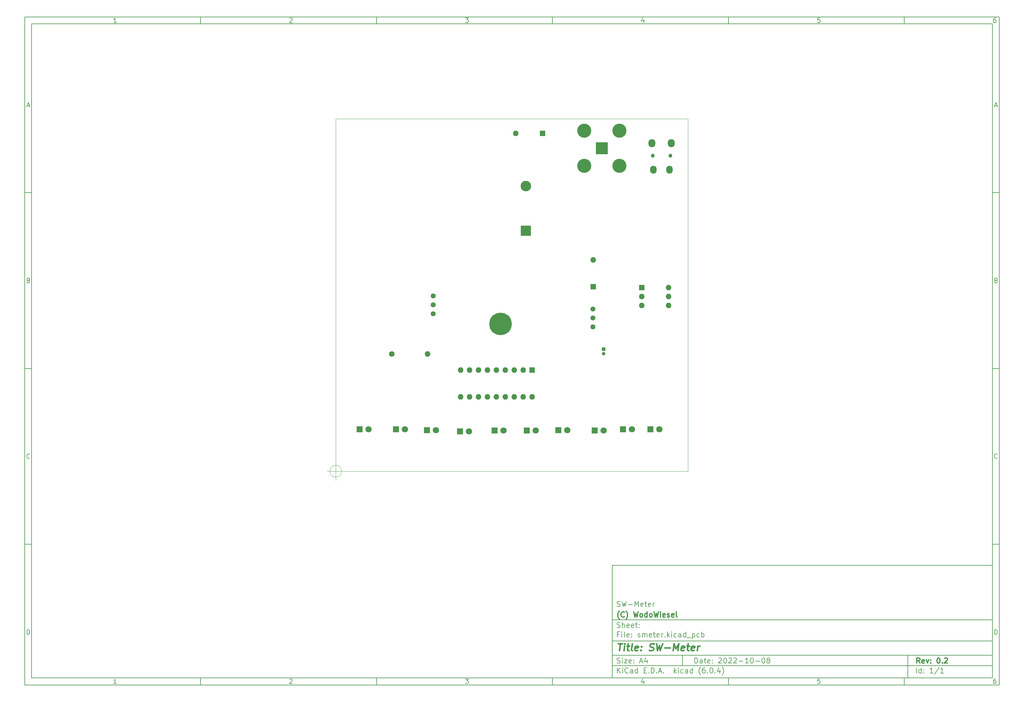
<source format=gbr>
%TF.GenerationSoftware,KiCad,Pcbnew,(6.0.4)*%
%TF.CreationDate,2022-10-08T16:22:47+02:00*%
%TF.ProjectId,smeter,736d6574-6572-42e6-9b69-6361645f7063,0.2*%
%TF.SameCoordinates,PX5de3a50PY84ba458*%
%TF.FileFunction,Soldermask,Bot*%
%TF.FilePolarity,Negative*%
%FSLAX46Y46*%
G04 Gerber Fmt 4.6, Leading zero omitted, Abs format (unit mm)*
G04 Created by KiCad (PCBNEW (6.0.4)) date 2022-10-08 16:22:47*
%MOMM*%
%LPD*%
G01*
G04 APERTURE LIST*
%ADD10C,0.100000*%
%ADD11C,0.150000*%
%ADD12C,0.300000*%
%ADD13C,0.400000*%
%TA.AperFunction,Profile*%
%ADD14C,0.100000*%
%TD*%
%ADD15C,3.000000*%
%ADD16R,3.000000X3.000000*%
%ADD17R,1.800000X1.800000*%
%ADD18C,1.800000*%
%ADD19C,1.440000*%
%ADD20C,1.100000*%
%ADD21O,1.800000X2.300000*%
%ADD22O,2.000000X2.300000*%
%ADD23R,1.600000X1.600000*%
%ADD24O,1.600000X1.600000*%
%ADD25R,1.000000X1.000000*%
%ADD26O,1.000000X1.000000*%
%ADD27C,0.800000*%
%ADD28C,6.400000*%
%ADD29C,1.600000*%
%ADD30R,3.500000X3.500000*%
%ADD31C,4.000000*%
G04 APERTURE END LIST*
D10*
D11*
X78552200Y-26832200D02*
X78552200Y-58832200D01*
X186552200Y-58832200D01*
X186552200Y-26832200D01*
X78552200Y-26832200D01*
D10*
D11*
X-88450000Y129175000D02*
X-88450000Y-60832200D01*
X188552200Y-60832200D01*
X188552200Y129175000D01*
X-88450000Y129175000D01*
D10*
D11*
X-86450000Y127175000D02*
X-86450000Y-58832200D01*
X186552200Y-58832200D01*
X186552200Y127175000D01*
X-86450000Y127175000D01*
D10*
D11*
X-38450000Y127175000D02*
X-38450000Y129175000D01*
D10*
D11*
X11550000Y127175000D02*
X11550000Y129175000D01*
D10*
D11*
X61550000Y127175000D02*
X61550000Y129175000D01*
D10*
D11*
X111550000Y127175000D02*
X111550000Y129175000D01*
D10*
D11*
X161550000Y127175000D02*
X161550000Y129175000D01*
D10*
D11*
X-62384524Y127586905D02*
X-63127381Y127586905D01*
X-62755953Y127586905D02*
X-62755953Y128886905D01*
X-62879762Y128701191D01*
X-63003572Y128577381D01*
X-63127381Y128515477D01*
D10*
D11*
X-13127381Y128763096D02*
X-13065477Y128825000D01*
X-12941667Y128886905D01*
X-12632143Y128886905D01*
X-12508334Y128825000D01*
X-12446429Y128763096D01*
X-12384524Y128639286D01*
X-12384524Y128515477D01*
X-12446429Y128329762D01*
X-13189286Y127586905D01*
X-12384524Y127586905D01*
D10*
D11*
X36810714Y128886905D02*
X37615476Y128886905D01*
X37182142Y128391667D01*
X37367857Y128391667D01*
X37491666Y128329762D01*
X37553571Y128267858D01*
X37615476Y128144048D01*
X37615476Y127834524D01*
X37553571Y127710715D01*
X37491666Y127648810D01*
X37367857Y127586905D01*
X36996428Y127586905D01*
X36872619Y127648810D01*
X36810714Y127710715D01*
D10*
D11*
X87491666Y128453572D02*
X87491666Y127586905D01*
X87182142Y128948810D02*
X86872619Y128020239D01*
X87677380Y128020239D01*
D10*
D11*
X137553571Y128886905D02*
X136934523Y128886905D01*
X136872619Y128267858D01*
X136934523Y128329762D01*
X137058333Y128391667D01*
X137367857Y128391667D01*
X137491666Y128329762D01*
X137553571Y128267858D01*
X137615476Y128144048D01*
X137615476Y127834524D01*
X137553571Y127710715D01*
X137491666Y127648810D01*
X137367857Y127586905D01*
X137058333Y127586905D01*
X136934523Y127648810D01*
X136872619Y127710715D01*
D10*
D11*
X187491666Y128886905D02*
X187244047Y128886905D01*
X187120238Y128825000D01*
X187058333Y128763096D01*
X186934523Y128577381D01*
X186872619Y128329762D01*
X186872619Y127834524D01*
X186934523Y127710715D01*
X186996428Y127648810D01*
X187120238Y127586905D01*
X187367857Y127586905D01*
X187491666Y127648810D01*
X187553571Y127710715D01*
X187615476Y127834524D01*
X187615476Y128144048D01*
X187553571Y128267858D01*
X187491666Y128329762D01*
X187367857Y128391667D01*
X187120238Y128391667D01*
X186996428Y128329762D01*
X186934523Y128267858D01*
X186872619Y128144048D01*
D10*
D11*
X-38450000Y-58832200D02*
X-38450000Y-60832200D01*
D10*
D11*
X11550000Y-58832200D02*
X11550000Y-60832200D01*
D10*
D11*
X61550000Y-58832200D02*
X61550000Y-60832200D01*
D10*
D11*
X111550000Y-58832200D02*
X111550000Y-60832200D01*
D10*
D11*
X161550000Y-58832200D02*
X161550000Y-60832200D01*
D10*
D11*
X-62384524Y-60420295D02*
X-63127381Y-60420295D01*
X-62755953Y-60420295D02*
X-62755953Y-59120295D01*
X-62879762Y-59306009D01*
X-63003572Y-59429819D01*
X-63127381Y-59491723D01*
D10*
D11*
X-13127381Y-59244104D02*
X-13065477Y-59182200D01*
X-12941667Y-59120295D01*
X-12632143Y-59120295D01*
X-12508334Y-59182200D01*
X-12446429Y-59244104D01*
X-12384524Y-59367914D01*
X-12384524Y-59491723D01*
X-12446429Y-59677438D01*
X-13189286Y-60420295D01*
X-12384524Y-60420295D01*
D10*
D11*
X36810714Y-59120295D02*
X37615476Y-59120295D01*
X37182142Y-59615533D01*
X37367857Y-59615533D01*
X37491666Y-59677438D01*
X37553571Y-59739342D01*
X37615476Y-59863152D01*
X37615476Y-60172676D01*
X37553571Y-60296485D01*
X37491666Y-60358390D01*
X37367857Y-60420295D01*
X36996428Y-60420295D01*
X36872619Y-60358390D01*
X36810714Y-60296485D01*
D10*
D11*
X87491666Y-59553628D02*
X87491666Y-60420295D01*
X87182142Y-59058390D02*
X86872619Y-59986961D01*
X87677380Y-59986961D01*
D10*
D11*
X137553571Y-59120295D02*
X136934523Y-59120295D01*
X136872619Y-59739342D01*
X136934523Y-59677438D01*
X137058333Y-59615533D01*
X137367857Y-59615533D01*
X137491666Y-59677438D01*
X137553571Y-59739342D01*
X137615476Y-59863152D01*
X137615476Y-60172676D01*
X137553571Y-60296485D01*
X137491666Y-60358390D01*
X137367857Y-60420295D01*
X137058333Y-60420295D01*
X136934523Y-60358390D01*
X136872619Y-60296485D01*
D10*
D11*
X187491666Y-59120295D02*
X187244047Y-59120295D01*
X187120238Y-59182200D01*
X187058333Y-59244104D01*
X186934523Y-59429819D01*
X186872619Y-59677438D01*
X186872619Y-60172676D01*
X186934523Y-60296485D01*
X186996428Y-60358390D01*
X187120238Y-60420295D01*
X187367857Y-60420295D01*
X187491666Y-60358390D01*
X187553571Y-60296485D01*
X187615476Y-60172676D01*
X187615476Y-59863152D01*
X187553571Y-59739342D01*
X187491666Y-59677438D01*
X187367857Y-59615533D01*
X187120238Y-59615533D01*
X186996428Y-59677438D01*
X186934523Y-59739342D01*
X186872619Y-59863152D01*
D10*
D11*
X-88450000Y79175000D02*
X-86450000Y79175000D01*
D10*
D11*
X-88450000Y29175000D02*
X-86450000Y29175000D01*
D10*
D11*
X-88450000Y-20825000D02*
X-86450000Y-20825000D01*
D10*
D11*
X-87759524Y103958334D02*
X-87140477Y103958334D01*
X-87883334Y103586905D02*
X-87450000Y104886905D01*
X-87016667Y103586905D01*
D10*
D11*
X-87357143Y54267858D02*
X-87171429Y54205953D01*
X-87109524Y54144048D01*
X-87047620Y54020239D01*
X-87047620Y53834524D01*
X-87109524Y53710715D01*
X-87171429Y53648810D01*
X-87295239Y53586905D01*
X-87790477Y53586905D01*
X-87790477Y54886905D01*
X-87357143Y54886905D01*
X-87233334Y54825000D01*
X-87171429Y54763096D01*
X-87109524Y54639286D01*
X-87109524Y54515477D01*
X-87171429Y54391667D01*
X-87233334Y54329762D01*
X-87357143Y54267858D01*
X-87790477Y54267858D01*
D10*
D11*
X-87047620Y3710715D02*
X-87109524Y3648810D01*
X-87295239Y3586905D01*
X-87419048Y3586905D01*
X-87604762Y3648810D01*
X-87728572Y3772620D01*
X-87790477Y3896429D01*
X-87852381Y4144048D01*
X-87852381Y4329762D01*
X-87790477Y4577381D01*
X-87728572Y4701191D01*
X-87604762Y4825000D01*
X-87419048Y4886905D01*
X-87295239Y4886905D01*
X-87109524Y4825000D01*
X-87047620Y4763096D01*
D10*
D11*
X-87790477Y-46413095D02*
X-87790477Y-45113095D01*
X-87480953Y-45113095D01*
X-87295239Y-45175000D01*
X-87171429Y-45298809D01*
X-87109524Y-45422619D01*
X-87047620Y-45670238D01*
X-87047620Y-45855952D01*
X-87109524Y-46103571D01*
X-87171429Y-46227380D01*
X-87295239Y-46351190D01*
X-87480953Y-46413095D01*
X-87790477Y-46413095D01*
D10*
D11*
X188552200Y79175000D02*
X186552200Y79175000D01*
D10*
D11*
X188552200Y29175000D02*
X186552200Y29175000D01*
D10*
D11*
X188552200Y-20825000D02*
X186552200Y-20825000D01*
D10*
D11*
X187242676Y103958334D02*
X187861723Y103958334D01*
X187118866Y103586905D02*
X187552200Y104886905D01*
X187985533Y103586905D01*
D10*
D11*
X187645057Y54267858D02*
X187830771Y54205953D01*
X187892676Y54144048D01*
X187954580Y54020239D01*
X187954580Y53834524D01*
X187892676Y53710715D01*
X187830771Y53648810D01*
X187706961Y53586905D01*
X187211723Y53586905D01*
X187211723Y54886905D01*
X187645057Y54886905D01*
X187768866Y54825000D01*
X187830771Y54763096D01*
X187892676Y54639286D01*
X187892676Y54515477D01*
X187830771Y54391667D01*
X187768866Y54329762D01*
X187645057Y54267858D01*
X187211723Y54267858D01*
D10*
D11*
X187954580Y3710715D02*
X187892676Y3648810D01*
X187706961Y3586905D01*
X187583152Y3586905D01*
X187397438Y3648810D01*
X187273628Y3772620D01*
X187211723Y3896429D01*
X187149819Y4144048D01*
X187149819Y4329762D01*
X187211723Y4577381D01*
X187273628Y4701191D01*
X187397438Y4825000D01*
X187583152Y4886905D01*
X187706961Y4886905D01*
X187892676Y4825000D01*
X187954580Y4763096D01*
D10*
D11*
X187211723Y-46413095D02*
X187211723Y-45113095D01*
X187521247Y-45113095D01*
X187706961Y-45175000D01*
X187830771Y-45298809D01*
X187892676Y-45422619D01*
X187954580Y-45670238D01*
X187954580Y-45855952D01*
X187892676Y-46103571D01*
X187830771Y-46227380D01*
X187706961Y-46351190D01*
X187521247Y-46413095D01*
X187211723Y-46413095D01*
D10*
D11*
X101984342Y-54610771D02*
X101984342Y-53110771D01*
X102341485Y-53110771D01*
X102555771Y-53182200D01*
X102698628Y-53325057D01*
X102770057Y-53467914D01*
X102841485Y-53753628D01*
X102841485Y-53967914D01*
X102770057Y-54253628D01*
X102698628Y-54396485D01*
X102555771Y-54539342D01*
X102341485Y-54610771D01*
X101984342Y-54610771D01*
X104127200Y-54610771D02*
X104127200Y-53825057D01*
X104055771Y-53682200D01*
X103912914Y-53610771D01*
X103627200Y-53610771D01*
X103484342Y-53682200D01*
X104127200Y-54539342D02*
X103984342Y-54610771D01*
X103627200Y-54610771D01*
X103484342Y-54539342D01*
X103412914Y-54396485D01*
X103412914Y-54253628D01*
X103484342Y-54110771D01*
X103627200Y-54039342D01*
X103984342Y-54039342D01*
X104127200Y-53967914D01*
X104627200Y-53610771D02*
X105198628Y-53610771D01*
X104841485Y-53110771D02*
X104841485Y-54396485D01*
X104912914Y-54539342D01*
X105055771Y-54610771D01*
X105198628Y-54610771D01*
X106270057Y-54539342D02*
X106127200Y-54610771D01*
X105841485Y-54610771D01*
X105698628Y-54539342D01*
X105627200Y-54396485D01*
X105627200Y-53825057D01*
X105698628Y-53682200D01*
X105841485Y-53610771D01*
X106127200Y-53610771D01*
X106270057Y-53682200D01*
X106341485Y-53825057D01*
X106341485Y-53967914D01*
X105627200Y-54110771D01*
X106984342Y-54467914D02*
X107055771Y-54539342D01*
X106984342Y-54610771D01*
X106912914Y-54539342D01*
X106984342Y-54467914D01*
X106984342Y-54610771D01*
X106984342Y-53682200D02*
X107055771Y-53753628D01*
X106984342Y-53825057D01*
X106912914Y-53753628D01*
X106984342Y-53682200D01*
X106984342Y-53825057D01*
X108770057Y-53253628D02*
X108841485Y-53182200D01*
X108984342Y-53110771D01*
X109341485Y-53110771D01*
X109484342Y-53182200D01*
X109555771Y-53253628D01*
X109627200Y-53396485D01*
X109627200Y-53539342D01*
X109555771Y-53753628D01*
X108698628Y-54610771D01*
X109627200Y-54610771D01*
X110555771Y-53110771D02*
X110698628Y-53110771D01*
X110841485Y-53182200D01*
X110912914Y-53253628D01*
X110984342Y-53396485D01*
X111055771Y-53682200D01*
X111055771Y-54039342D01*
X110984342Y-54325057D01*
X110912914Y-54467914D01*
X110841485Y-54539342D01*
X110698628Y-54610771D01*
X110555771Y-54610771D01*
X110412914Y-54539342D01*
X110341485Y-54467914D01*
X110270057Y-54325057D01*
X110198628Y-54039342D01*
X110198628Y-53682200D01*
X110270057Y-53396485D01*
X110341485Y-53253628D01*
X110412914Y-53182200D01*
X110555771Y-53110771D01*
X111627200Y-53253628D02*
X111698628Y-53182200D01*
X111841485Y-53110771D01*
X112198628Y-53110771D01*
X112341485Y-53182200D01*
X112412914Y-53253628D01*
X112484342Y-53396485D01*
X112484342Y-53539342D01*
X112412914Y-53753628D01*
X111555771Y-54610771D01*
X112484342Y-54610771D01*
X113055771Y-53253628D02*
X113127200Y-53182200D01*
X113270057Y-53110771D01*
X113627200Y-53110771D01*
X113770057Y-53182200D01*
X113841485Y-53253628D01*
X113912914Y-53396485D01*
X113912914Y-53539342D01*
X113841485Y-53753628D01*
X112984342Y-54610771D01*
X113912914Y-54610771D01*
X114555771Y-54039342D02*
X115698628Y-54039342D01*
X117198628Y-54610771D02*
X116341485Y-54610771D01*
X116770057Y-54610771D02*
X116770057Y-53110771D01*
X116627200Y-53325057D01*
X116484342Y-53467914D01*
X116341485Y-53539342D01*
X118127200Y-53110771D02*
X118270057Y-53110771D01*
X118412914Y-53182200D01*
X118484342Y-53253628D01*
X118555771Y-53396485D01*
X118627200Y-53682200D01*
X118627200Y-54039342D01*
X118555771Y-54325057D01*
X118484342Y-54467914D01*
X118412914Y-54539342D01*
X118270057Y-54610771D01*
X118127200Y-54610771D01*
X117984342Y-54539342D01*
X117912914Y-54467914D01*
X117841485Y-54325057D01*
X117770057Y-54039342D01*
X117770057Y-53682200D01*
X117841485Y-53396485D01*
X117912914Y-53253628D01*
X117984342Y-53182200D01*
X118127200Y-53110771D01*
X119270057Y-54039342D02*
X120412914Y-54039342D01*
X121412914Y-53110771D02*
X121555771Y-53110771D01*
X121698628Y-53182200D01*
X121770057Y-53253628D01*
X121841485Y-53396485D01*
X121912914Y-53682200D01*
X121912914Y-54039342D01*
X121841485Y-54325057D01*
X121770057Y-54467914D01*
X121698628Y-54539342D01*
X121555771Y-54610771D01*
X121412914Y-54610771D01*
X121270057Y-54539342D01*
X121198628Y-54467914D01*
X121127200Y-54325057D01*
X121055771Y-54039342D01*
X121055771Y-53682200D01*
X121127200Y-53396485D01*
X121198628Y-53253628D01*
X121270057Y-53182200D01*
X121412914Y-53110771D01*
X122770057Y-53753628D02*
X122627200Y-53682200D01*
X122555771Y-53610771D01*
X122484342Y-53467914D01*
X122484342Y-53396485D01*
X122555771Y-53253628D01*
X122627200Y-53182200D01*
X122770057Y-53110771D01*
X123055771Y-53110771D01*
X123198628Y-53182200D01*
X123270057Y-53253628D01*
X123341485Y-53396485D01*
X123341485Y-53467914D01*
X123270057Y-53610771D01*
X123198628Y-53682200D01*
X123055771Y-53753628D01*
X122770057Y-53753628D01*
X122627200Y-53825057D01*
X122555771Y-53896485D01*
X122484342Y-54039342D01*
X122484342Y-54325057D01*
X122555771Y-54467914D01*
X122627200Y-54539342D01*
X122770057Y-54610771D01*
X123055771Y-54610771D01*
X123198628Y-54539342D01*
X123270057Y-54467914D01*
X123341485Y-54325057D01*
X123341485Y-54039342D01*
X123270057Y-53896485D01*
X123198628Y-53825057D01*
X123055771Y-53753628D01*
D10*
D11*
X78552200Y-55332200D02*
X186552200Y-55332200D01*
D10*
D11*
X79984342Y-57410771D02*
X79984342Y-55910771D01*
X80841485Y-57410771D02*
X80198628Y-56553628D01*
X80841485Y-55910771D02*
X79984342Y-56767914D01*
X81484342Y-57410771D02*
X81484342Y-56410771D01*
X81484342Y-55910771D02*
X81412914Y-55982200D01*
X81484342Y-56053628D01*
X81555771Y-55982200D01*
X81484342Y-55910771D01*
X81484342Y-56053628D01*
X83055771Y-57267914D02*
X82984342Y-57339342D01*
X82770057Y-57410771D01*
X82627200Y-57410771D01*
X82412914Y-57339342D01*
X82270057Y-57196485D01*
X82198628Y-57053628D01*
X82127200Y-56767914D01*
X82127200Y-56553628D01*
X82198628Y-56267914D01*
X82270057Y-56125057D01*
X82412914Y-55982200D01*
X82627200Y-55910771D01*
X82770057Y-55910771D01*
X82984342Y-55982200D01*
X83055771Y-56053628D01*
X84341485Y-57410771D02*
X84341485Y-56625057D01*
X84270057Y-56482200D01*
X84127200Y-56410771D01*
X83841485Y-56410771D01*
X83698628Y-56482200D01*
X84341485Y-57339342D02*
X84198628Y-57410771D01*
X83841485Y-57410771D01*
X83698628Y-57339342D01*
X83627200Y-57196485D01*
X83627200Y-57053628D01*
X83698628Y-56910771D01*
X83841485Y-56839342D01*
X84198628Y-56839342D01*
X84341485Y-56767914D01*
X85698628Y-57410771D02*
X85698628Y-55910771D01*
X85698628Y-57339342D02*
X85555771Y-57410771D01*
X85270057Y-57410771D01*
X85127200Y-57339342D01*
X85055771Y-57267914D01*
X84984342Y-57125057D01*
X84984342Y-56696485D01*
X85055771Y-56553628D01*
X85127200Y-56482200D01*
X85270057Y-56410771D01*
X85555771Y-56410771D01*
X85698628Y-56482200D01*
X87555771Y-56625057D02*
X88055771Y-56625057D01*
X88270057Y-57410771D02*
X87555771Y-57410771D01*
X87555771Y-55910771D01*
X88270057Y-55910771D01*
X88912914Y-57267914D02*
X88984342Y-57339342D01*
X88912914Y-57410771D01*
X88841485Y-57339342D01*
X88912914Y-57267914D01*
X88912914Y-57410771D01*
X89627200Y-57410771D02*
X89627200Y-55910771D01*
X89984342Y-55910771D01*
X90198628Y-55982200D01*
X90341485Y-56125057D01*
X90412914Y-56267914D01*
X90484342Y-56553628D01*
X90484342Y-56767914D01*
X90412914Y-57053628D01*
X90341485Y-57196485D01*
X90198628Y-57339342D01*
X89984342Y-57410771D01*
X89627200Y-57410771D01*
X91127200Y-57267914D02*
X91198628Y-57339342D01*
X91127200Y-57410771D01*
X91055771Y-57339342D01*
X91127200Y-57267914D01*
X91127200Y-57410771D01*
X91770057Y-56982200D02*
X92484342Y-56982200D01*
X91627200Y-57410771D02*
X92127200Y-55910771D01*
X92627200Y-57410771D01*
X93127200Y-57267914D02*
X93198628Y-57339342D01*
X93127200Y-57410771D01*
X93055771Y-57339342D01*
X93127200Y-57267914D01*
X93127200Y-57410771D01*
X96127200Y-57410771D02*
X96127200Y-55910771D01*
X96270057Y-56839342D02*
X96698628Y-57410771D01*
X96698628Y-56410771D02*
X96127200Y-56982200D01*
X97341485Y-57410771D02*
X97341485Y-56410771D01*
X97341485Y-55910771D02*
X97270057Y-55982200D01*
X97341485Y-56053628D01*
X97412914Y-55982200D01*
X97341485Y-55910771D01*
X97341485Y-56053628D01*
X98698628Y-57339342D02*
X98555771Y-57410771D01*
X98270057Y-57410771D01*
X98127200Y-57339342D01*
X98055771Y-57267914D01*
X97984342Y-57125057D01*
X97984342Y-56696485D01*
X98055771Y-56553628D01*
X98127200Y-56482200D01*
X98270057Y-56410771D01*
X98555771Y-56410771D01*
X98698628Y-56482200D01*
X99984342Y-57410771D02*
X99984342Y-56625057D01*
X99912914Y-56482200D01*
X99770057Y-56410771D01*
X99484342Y-56410771D01*
X99341485Y-56482200D01*
X99984342Y-57339342D02*
X99841485Y-57410771D01*
X99484342Y-57410771D01*
X99341485Y-57339342D01*
X99270057Y-57196485D01*
X99270057Y-57053628D01*
X99341485Y-56910771D01*
X99484342Y-56839342D01*
X99841485Y-56839342D01*
X99984342Y-56767914D01*
X101341485Y-57410771D02*
X101341485Y-55910771D01*
X101341485Y-57339342D02*
X101198628Y-57410771D01*
X100912914Y-57410771D01*
X100770057Y-57339342D01*
X100698628Y-57267914D01*
X100627200Y-57125057D01*
X100627200Y-56696485D01*
X100698628Y-56553628D01*
X100770057Y-56482200D01*
X100912914Y-56410771D01*
X101198628Y-56410771D01*
X101341485Y-56482200D01*
X103627200Y-57982200D02*
X103555771Y-57910771D01*
X103412914Y-57696485D01*
X103341485Y-57553628D01*
X103270057Y-57339342D01*
X103198628Y-56982200D01*
X103198628Y-56696485D01*
X103270057Y-56339342D01*
X103341485Y-56125057D01*
X103412914Y-55982200D01*
X103555771Y-55767914D01*
X103627200Y-55696485D01*
X104841485Y-55910771D02*
X104555771Y-55910771D01*
X104412914Y-55982200D01*
X104341485Y-56053628D01*
X104198628Y-56267914D01*
X104127200Y-56553628D01*
X104127200Y-57125057D01*
X104198628Y-57267914D01*
X104270057Y-57339342D01*
X104412914Y-57410771D01*
X104698628Y-57410771D01*
X104841485Y-57339342D01*
X104912914Y-57267914D01*
X104984342Y-57125057D01*
X104984342Y-56767914D01*
X104912914Y-56625057D01*
X104841485Y-56553628D01*
X104698628Y-56482200D01*
X104412914Y-56482200D01*
X104270057Y-56553628D01*
X104198628Y-56625057D01*
X104127200Y-56767914D01*
X105627200Y-57267914D02*
X105698628Y-57339342D01*
X105627200Y-57410771D01*
X105555771Y-57339342D01*
X105627200Y-57267914D01*
X105627200Y-57410771D01*
X106627200Y-55910771D02*
X106770057Y-55910771D01*
X106912914Y-55982200D01*
X106984342Y-56053628D01*
X107055771Y-56196485D01*
X107127200Y-56482200D01*
X107127200Y-56839342D01*
X107055771Y-57125057D01*
X106984342Y-57267914D01*
X106912914Y-57339342D01*
X106770057Y-57410771D01*
X106627200Y-57410771D01*
X106484342Y-57339342D01*
X106412914Y-57267914D01*
X106341485Y-57125057D01*
X106270057Y-56839342D01*
X106270057Y-56482200D01*
X106341485Y-56196485D01*
X106412914Y-56053628D01*
X106484342Y-55982200D01*
X106627200Y-55910771D01*
X107770057Y-57267914D02*
X107841485Y-57339342D01*
X107770057Y-57410771D01*
X107698628Y-57339342D01*
X107770057Y-57267914D01*
X107770057Y-57410771D01*
X109127200Y-56410771D02*
X109127200Y-57410771D01*
X108770057Y-55839342D02*
X108412914Y-56910771D01*
X109341485Y-56910771D01*
X109770057Y-57982200D02*
X109841485Y-57910771D01*
X109984342Y-57696485D01*
X110055771Y-57553628D01*
X110127200Y-57339342D01*
X110198628Y-56982200D01*
X110198628Y-56696485D01*
X110127200Y-56339342D01*
X110055771Y-56125057D01*
X109984342Y-55982200D01*
X109841485Y-55767914D01*
X109770057Y-55696485D01*
D10*
D11*
X78552200Y-52332200D02*
X186552200Y-52332200D01*
D10*
D12*
X165961485Y-54610771D02*
X165461485Y-53896485D01*
X165104342Y-54610771D02*
X165104342Y-53110771D01*
X165675771Y-53110771D01*
X165818628Y-53182200D01*
X165890057Y-53253628D01*
X165961485Y-53396485D01*
X165961485Y-53610771D01*
X165890057Y-53753628D01*
X165818628Y-53825057D01*
X165675771Y-53896485D01*
X165104342Y-53896485D01*
X167175771Y-54539342D02*
X167032914Y-54610771D01*
X166747200Y-54610771D01*
X166604342Y-54539342D01*
X166532914Y-54396485D01*
X166532914Y-53825057D01*
X166604342Y-53682200D01*
X166747200Y-53610771D01*
X167032914Y-53610771D01*
X167175771Y-53682200D01*
X167247200Y-53825057D01*
X167247200Y-53967914D01*
X166532914Y-54110771D01*
X167747200Y-53610771D02*
X168104342Y-54610771D01*
X168461485Y-53610771D01*
X169032914Y-54467914D02*
X169104342Y-54539342D01*
X169032914Y-54610771D01*
X168961485Y-54539342D01*
X169032914Y-54467914D01*
X169032914Y-54610771D01*
X169032914Y-53682200D02*
X169104342Y-53753628D01*
X169032914Y-53825057D01*
X168961485Y-53753628D01*
X169032914Y-53682200D01*
X169032914Y-53825057D01*
X171175771Y-53110771D02*
X171318628Y-53110771D01*
X171461485Y-53182200D01*
X171532914Y-53253628D01*
X171604342Y-53396485D01*
X171675771Y-53682200D01*
X171675771Y-54039342D01*
X171604342Y-54325057D01*
X171532914Y-54467914D01*
X171461485Y-54539342D01*
X171318628Y-54610771D01*
X171175771Y-54610771D01*
X171032914Y-54539342D01*
X170961485Y-54467914D01*
X170890057Y-54325057D01*
X170818628Y-54039342D01*
X170818628Y-53682200D01*
X170890057Y-53396485D01*
X170961485Y-53253628D01*
X171032914Y-53182200D01*
X171175771Y-53110771D01*
X172318628Y-54467914D02*
X172390057Y-54539342D01*
X172318628Y-54610771D01*
X172247200Y-54539342D01*
X172318628Y-54467914D01*
X172318628Y-54610771D01*
X172961485Y-53253628D02*
X173032914Y-53182200D01*
X173175771Y-53110771D01*
X173532914Y-53110771D01*
X173675771Y-53182200D01*
X173747200Y-53253628D01*
X173818628Y-53396485D01*
X173818628Y-53539342D01*
X173747200Y-53753628D01*
X172890057Y-54610771D01*
X173818628Y-54610771D01*
D10*
D11*
X79912914Y-54539342D02*
X80127200Y-54610771D01*
X80484342Y-54610771D01*
X80627200Y-54539342D01*
X80698628Y-54467914D01*
X80770057Y-54325057D01*
X80770057Y-54182200D01*
X80698628Y-54039342D01*
X80627200Y-53967914D01*
X80484342Y-53896485D01*
X80198628Y-53825057D01*
X80055771Y-53753628D01*
X79984342Y-53682200D01*
X79912914Y-53539342D01*
X79912914Y-53396485D01*
X79984342Y-53253628D01*
X80055771Y-53182200D01*
X80198628Y-53110771D01*
X80555771Y-53110771D01*
X80770057Y-53182200D01*
X81412914Y-54610771D02*
X81412914Y-53610771D01*
X81412914Y-53110771D02*
X81341485Y-53182200D01*
X81412914Y-53253628D01*
X81484342Y-53182200D01*
X81412914Y-53110771D01*
X81412914Y-53253628D01*
X81984342Y-53610771D02*
X82770057Y-53610771D01*
X81984342Y-54610771D01*
X82770057Y-54610771D01*
X83912914Y-54539342D02*
X83770057Y-54610771D01*
X83484342Y-54610771D01*
X83341485Y-54539342D01*
X83270057Y-54396485D01*
X83270057Y-53825057D01*
X83341485Y-53682200D01*
X83484342Y-53610771D01*
X83770057Y-53610771D01*
X83912914Y-53682200D01*
X83984342Y-53825057D01*
X83984342Y-53967914D01*
X83270057Y-54110771D01*
X84627200Y-54467914D02*
X84698628Y-54539342D01*
X84627200Y-54610771D01*
X84555771Y-54539342D01*
X84627200Y-54467914D01*
X84627200Y-54610771D01*
X84627200Y-53682200D02*
X84698628Y-53753628D01*
X84627200Y-53825057D01*
X84555771Y-53753628D01*
X84627200Y-53682200D01*
X84627200Y-53825057D01*
X86412914Y-54182200D02*
X87127200Y-54182200D01*
X86270057Y-54610771D02*
X86770057Y-53110771D01*
X87270057Y-54610771D01*
X88412914Y-53610771D02*
X88412914Y-54610771D01*
X88055771Y-53039342D02*
X87698628Y-54110771D01*
X88627200Y-54110771D01*
D10*
D11*
X164984342Y-57410771D02*
X164984342Y-55910771D01*
X166341485Y-57410771D02*
X166341485Y-55910771D01*
X166341485Y-57339342D02*
X166198628Y-57410771D01*
X165912914Y-57410771D01*
X165770057Y-57339342D01*
X165698628Y-57267914D01*
X165627200Y-57125057D01*
X165627200Y-56696485D01*
X165698628Y-56553628D01*
X165770057Y-56482200D01*
X165912914Y-56410771D01*
X166198628Y-56410771D01*
X166341485Y-56482200D01*
X167055771Y-57267914D02*
X167127200Y-57339342D01*
X167055771Y-57410771D01*
X166984342Y-57339342D01*
X167055771Y-57267914D01*
X167055771Y-57410771D01*
X167055771Y-56482200D02*
X167127200Y-56553628D01*
X167055771Y-56625057D01*
X166984342Y-56553628D01*
X167055771Y-56482200D01*
X167055771Y-56625057D01*
X169698628Y-57410771D02*
X168841485Y-57410771D01*
X169270057Y-57410771D02*
X169270057Y-55910771D01*
X169127200Y-56125057D01*
X168984342Y-56267914D01*
X168841485Y-56339342D01*
X171412914Y-55839342D02*
X170127200Y-57767914D01*
X172698628Y-57410771D02*
X171841485Y-57410771D01*
X172270057Y-57410771D02*
X172270057Y-55910771D01*
X172127200Y-56125057D01*
X171984342Y-56267914D01*
X171841485Y-56339342D01*
D10*
D11*
X78552200Y-48332200D02*
X186552200Y-48332200D01*
D10*
D13*
X80264580Y-49036961D02*
X81407438Y-49036961D01*
X80586009Y-51036961D02*
X80836009Y-49036961D01*
X81824104Y-51036961D02*
X81990771Y-49703628D01*
X82074104Y-49036961D02*
X81966961Y-49132200D01*
X82050295Y-49227438D01*
X82157438Y-49132200D01*
X82074104Y-49036961D01*
X82050295Y-49227438D01*
X82657438Y-49703628D02*
X83419342Y-49703628D01*
X83026485Y-49036961D02*
X82812200Y-50751247D01*
X82883628Y-50941723D01*
X83062200Y-51036961D01*
X83252676Y-51036961D01*
X84205057Y-51036961D02*
X84026485Y-50941723D01*
X83955057Y-50751247D01*
X84169342Y-49036961D01*
X85740771Y-50941723D02*
X85538390Y-51036961D01*
X85157438Y-51036961D01*
X84978866Y-50941723D01*
X84907438Y-50751247D01*
X85002676Y-49989342D01*
X85121723Y-49798866D01*
X85324104Y-49703628D01*
X85705057Y-49703628D01*
X85883628Y-49798866D01*
X85955057Y-49989342D01*
X85931247Y-50179819D01*
X84955057Y-50370295D01*
X86705057Y-50846485D02*
X86788390Y-50941723D01*
X86681247Y-51036961D01*
X86597914Y-50941723D01*
X86705057Y-50846485D01*
X86681247Y-51036961D01*
X86836009Y-49798866D02*
X86919342Y-49894104D01*
X86812200Y-49989342D01*
X86728866Y-49894104D01*
X86836009Y-49798866D01*
X86812200Y-49989342D01*
X89074104Y-50941723D02*
X89347914Y-51036961D01*
X89824104Y-51036961D01*
X90026485Y-50941723D01*
X90133628Y-50846485D01*
X90252676Y-50656009D01*
X90276485Y-50465533D01*
X90205057Y-50275057D01*
X90121723Y-50179819D01*
X89943152Y-50084580D01*
X89574104Y-49989342D01*
X89395533Y-49894104D01*
X89312200Y-49798866D01*
X89240771Y-49608390D01*
X89264580Y-49417914D01*
X89383628Y-49227438D01*
X89490771Y-49132200D01*
X89693152Y-49036961D01*
X90169342Y-49036961D01*
X90443152Y-49132200D01*
X91121723Y-49036961D02*
X91347914Y-51036961D01*
X91907438Y-49608390D01*
X92109819Y-51036961D01*
X92836009Y-49036961D01*
X93443152Y-50275057D02*
X94966961Y-50275057D01*
X95824104Y-51036961D02*
X96074104Y-49036961D01*
X96562200Y-50465533D01*
X97407438Y-49036961D01*
X97157438Y-51036961D01*
X98883628Y-50941723D02*
X98681247Y-51036961D01*
X98300295Y-51036961D01*
X98121723Y-50941723D01*
X98050295Y-50751247D01*
X98145533Y-49989342D01*
X98264580Y-49798866D01*
X98466961Y-49703628D01*
X98847914Y-49703628D01*
X99026485Y-49798866D01*
X99097914Y-49989342D01*
X99074104Y-50179819D01*
X98097914Y-50370295D01*
X99705057Y-49703628D02*
X100466961Y-49703628D01*
X100074104Y-49036961D02*
X99859819Y-50751247D01*
X99931247Y-50941723D01*
X100109819Y-51036961D01*
X100300295Y-51036961D01*
X101740771Y-50941723D02*
X101538390Y-51036961D01*
X101157438Y-51036961D01*
X100978866Y-50941723D01*
X100907438Y-50751247D01*
X101002676Y-49989342D01*
X101121723Y-49798866D01*
X101324104Y-49703628D01*
X101705057Y-49703628D01*
X101883628Y-49798866D01*
X101955057Y-49989342D01*
X101931247Y-50179819D01*
X100955057Y-50370295D01*
X102681247Y-51036961D02*
X102847914Y-49703628D01*
X102800295Y-50084580D02*
X102919342Y-49894104D01*
X103026485Y-49798866D01*
X103228866Y-49703628D01*
X103419342Y-49703628D01*
D10*
D11*
X80484342Y-46425057D02*
X79984342Y-46425057D01*
X79984342Y-47210771D02*
X79984342Y-45710771D01*
X80698628Y-45710771D01*
X81270057Y-47210771D02*
X81270057Y-46210771D01*
X81270057Y-45710771D02*
X81198628Y-45782200D01*
X81270057Y-45853628D01*
X81341485Y-45782200D01*
X81270057Y-45710771D01*
X81270057Y-45853628D01*
X82198628Y-47210771D02*
X82055771Y-47139342D01*
X81984342Y-46996485D01*
X81984342Y-45710771D01*
X83341485Y-47139342D02*
X83198628Y-47210771D01*
X82912914Y-47210771D01*
X82770057Y-47139342D01*
X82698628Y-46996485D01*
X82698628Y-46425057D01*
X82770057Y-46282200D01*
X82912914Y-46210771D01*
X83198628Y-46210771D01*
X83341485Y-46282200D01*
X83412914Y-46425057D01*
X83412914Y-46567914D01*
X82698628Y-46710771D01*
X84055771Y-47067914D02*
X84127200Y-47139342D01*
X84055771Y-47210771D01*
X83984342Y-47139342D01*
X84055771Y-47067914D01*
X84055771Y-47210771D01*
X84055771Y-46282200D02*
X84127200Y-46353628D01*
X84055771Y-46425057D01*
X83984342Y-46353628D01*
X84055771Y-46282200D01*
X84055771Y-46425057D01*
X85841485Y-47139342D02*
X85984342Y-47210771D01*
X86270057Y-47210771D01*
X86412914Y-47139342D01*
X86484342Y-46996485D01*
X86484342Y-46925057D01*
X86412914Y-46782200D01*
X86270057Y-46710771D01*
X86055771Y-46710771D01*
X85912914Y-46639342D01*
X85841485Y-46496485D01*
X85841485Y-46425057D01*
X85912914Y-46282200D01*
X86055771Y-46210771D01*
X86270057Y-46210771D01*
X86412914Y-46282200D01*
X87127200Y-47210771D02*
X87127200Y-46210771D01*
X87127200Y-46353628D02*
X87198628Y-46282200D01*
X87341485Y-46210771D01*
X87555771Y-46210771D01*
X87698628Y-46282200D01*
X87770057Y-46425057D01*
X87770057Y-47210771D01*
X87770057Y-46425057D02*
X87841485Y-46282200D01*
X87984342Y-46210771D01*
X88198628Y-46210771D01*
X88341485Y-46282200D01*
X88412914Y-46425057D01*
X88412914Y-47210771D01*
X89698628Y-47139342D02*
X89555771Y-47210771D01*
X89270057Y-47210771D01*
X89127200Y-47139342D01*
X89055771Y-46996485D01*
X89055771Y-46425057D01*
X89127200Y-46282200D01*
X89270057Y-46210771D01*
X89555771Y-46210771D01*
X89698628Y-46282200D01*
X89770057Y-46425057D01*
X89770057Y-46567914D01*
X89055771Y-46710771D01*
X90198628Y-46210771D02*
X90770057Y-46210771D01*
X90412914Y-45710771D02*
X90412914Y-46996485D01*
X90484342Y-47139342D01*
X90627200Y-47210771D01*
X90770057Y-47210771D01*
X91841485Y-47139342D02*
X91698628Y-47210771D01*
X91412914Y-47210771D01*
X91270057Y-47139342D01*
X91198628Y-46996485D01*
X91198628Y-46425057D01*
X91270057Y-46282200D01*
X91412914Y-46210771D01*
X91698628Y-46210771D01*
X91841485Y-46282200D01*
X91912914Y-46425057D01*
X91912914Y-46567914D01*
X91198628Y-46710771D01*
X92555771Y-47210771D02*
X92555771Y-46210771D01*
X92555771Y-46496485D02*
X92627200Y-46353628D01*
X92698628Y-46282200D01*
X92841485Y-46210771D01*
X92984342Y-46210771D01*
X93484342Y-47067914D02*
X93555771Y-47139342D01*
X93484342Y-47210771D01*
X93412914Y-47139342D01*
X93484342Y-47067914D01*
X93484342Y-47210771D01*
X94198628Y-47210771D02*
X94198628Y-45710771D01*
X94341485Y-46639342D02*
X94770057Y-47210771D01*
X94770057Y-46210771D02*
X94198628Y-46782200D01*
X95412914Y-47210771D02*
X95412914Y-46210771D01*
X95412914Y-45710771D02*
X95341485Y-45782200D01*
X95412914Y-45853628D01*
X95484342Y-45782200D01*
X95412914Y-45710771D01*
X95412914Y-45853628D01*
X96770057Y-47139342D02*
X96627200Y-47210771D01*
X96341485Y-47210771D01*
X96198628Y-47139342D01*
X96127200Y-47067914D01*
X96055771Y-46925057D01*
X96055771Y-46496485D01*
X96127200Y-46353628D01*
X96198628Y-46282200D01*
X96341485Y-46210771D01*
X96627200Y-46210771D01*
X96770057Y-46282200D01*
X98055771Y-47210771D02*
X98055771Y-46425057D01*
X97984342Y-46282200D01*
X97841485Y-46210771D01*
X97555771Y-46210771D01*
X97412914Y-46282200D01*
X98055771Y-47139342D02*
X97912914Y-47210771D01*
X97555771Y-47210771D01*
X97412914Y-47139342D01*
X97341485Y-46996485D01*
X97341485Y-46853628D01*
X97412914Y-46710771D01*
X97555771Y-46639342D01*
X97912914Y-46639342D01*
X98055771Y-46567914D01*
X99412914Y-47210771D02*
X99412914Y-45710771D01*
X99412914Y-47139342D02*
X99270057Y-47210771D01*
X98984342Y-47210771D01*
X98841485Y-47139342D01*
X98770057Y-47067914D01*
X98698628Y-46925057D01*
X98698628Y-46496485D01*
X98770057Y-46353628D01*
X98841485Y-46282200D01*
X98984342Y-46210771D01*
X99270057Y-46210771D01*
X99412914Y-46282200D01*
X99770057Y-47353628D02*
X100912914Y-47353628D01*
X101270057Y-46210771D02*
X101270057Y-47710771D01*
X101270057Y-46282200D02*
X101412914Y-46210771D01*
X101698628Y-46210771D01*
X101841485Y-46282200D01*
X101912914Y-46353628D01*
X101984342Y-46496485D01*
X101984342Y-46925057D01*
X101912914Y-47067914D01*
X101841485Y-47139342D01*
X101698628Y-47210771D01*
X101412914Y-47210771D01*
X101270057Y-47139342D01*
X103270057Y-47139342D02*
X103127200Y-47210771D01*
X102841485Y-47210771D01*
X102698628Y-47139342D01*
X102627200Y-47067914D01*
X102555771Y-46925057D01*
X102555771Y-46496485D01*
X102627200Y-46353628D01*
X102698628Y-46282200D01*
X102841485Y-46210771D01*
X103127200Y-46210771D01*
X103270057Y-46282200D01*
X103912914Y-47210771D02*
X103912914Y-45710771D01*
X103912914Y-46282200D02*
X104055771Y-46210771D01*
X104341485Y-46210771D01*
X104484342Y-46282200D01*
X104555771Y-46353628D01*
X104627200Y-46496485D01*
X104627200Y-46925057D01*
X104555771Y-47067914D01*
X104484342Y-47139342D01*
X104341485Y-47210771D01*
X104055771Y-47210771D01*
X103912914Y-47139342D01*
D10*
D11*
X78552200Y-42332200D02*
X186552200Y-42332200D01*
D10*
D11*
X79912914Y-44439342D02*
X80127200Y-44510771D01*
X80484342Y-44510771D01*
X80627200Y-44439342D01*
X80698628Y-44367914D01*
X80770057Y-44225057D01*
X80770057Y-44082200D01*
X80698628Y-43939342D01*
X80627200Y-43867914D01*
X80484342Y-43796485D01*
X80198628Y-43725057D01*
X80055771Y-43653628D01*
X79984342Y-43582200D01*
X79912914Y-43439342D01*
X79912914Y-43296485D01*
X79984342Y-43153628D01*
X80055771Y-43082200D01*
X80198628Y-43010771D01*
X80555771Y-43010771D01*
X80770057Y-43082200D01*
X81412914Y-44510771D02*
X81412914Y-43010771D01*
X82055771Y-44510771D02*
X82055771Y-43725057D01*
X81984342Y-43582200D01*
X81841485Y-43510771D01*
X81627200Y-43510771D01*
X81484342Y-43582200D01*
X81412914Y-43653628D01*
X83341485Y-44439342D02*
X83198628Y-44510771D01*
X82912914Y-44510771D01*
X82770057Y-44439342D01*
X82698628Y-44296485D01*
X82698628Y-43725057D01*
X82770057Y-43582200D01*
X82912914Y-43510771D01*
X83198628Y-43510771D01*
X83341485Y-43582200D01*
X83412914Y-43725057D01*
X83412914Y-43867914D01*
X82698628Y-44010771D01*
X84627200Y-44439342D02*
X84484342Y-44510771D01*
X84198628Y-44510771D01*
X84055771Y-44439342D01*
X83984342Y-44296485D01*
X83984342Y-43725057D01*
X84055771Y-43582200D01*
X84198628Y-43510771D01*
X84484342Y-43510771D01*
X84627200Y-43582200D01*
X84698628Y-43725057D01*
X84698628Y-43867914D01*
X83984342Y-44010771D01*
X85127200Y-43510771D02*
X85698628Y-43510771D01*
X85341485Y-43010771D02*
X85341485Y-44296485D01*
X85412914Y-44439342D01*
X85555771Y-44510771D01*
X85698628Y-44510771D01*
X86198628Y-44367914D02*
X86270057Y-44439342D01*
X86198628Y-44510771D01*
X86127200Y-44439342D01*
X86198628Y-44367914D01*
X86198628Y-44510771D01*
X86198628Y-43582200D02*
X86270057Y-43653628D01*
X86198628Y-43725057D01*
X86127200Y-43653628D01*
X86198628Y-43582200D01*
X86198628Y-43725057D01*
D10*
D12*
X80532914Y-42082200D02*
X80461485Y-42010771D01*
X80318628Y-41796485D01*
X80247200Y-41653628D01*
X80175771Y-41439342D01*
X80104342Y-41082200D01*
X80104342Y-40796485D01*
X80175771Y-40439342D01*
X80247200Y-40225057D01*
X80318628Y-40082200D01*
X80461485Y-39867914D01*
X80532914Y-39796485D01*
X81961485Y-41367914D02*
X81890057Y-41439342D01*
X81675771Y-41510771D01*
X81532914Y-41510771D01*
X81318628Y-41439342D01*
X81175771Y-41296485D01*
X81104342Y-41153628D01*
X81032914Y-40867914D01*
X81032914Y-40653628D01*
X81104342Y-40367914D01*
X81175771Y-40225057D01*
X81318628Y-40082200D01*
X81532914Y-40010771D01*
X81675771Y-40010771D01*
X81890057Y-40082200D01*
X81961485Y-40153628D01*
X82461485Y-42082200D02*
X82532914Y-42010771D01*
X82675771Y-41796485D01*
X82747200Y-41653628D01*
X82818628Y-41439342D01*
X82890057Y-41082200D01*
X82890057Y-40796485D01*
X82818628Y-40439342D01*
X82747200Y-40225057D01*
X82675771Y-40082200D01*
X82532914Y-39867914D01*
X82461485Y-39796485D01*
X84604342Y-40010771D02*
X84961485Y-41510771D01*
X85247200Y-40439342D01*
X85532914Y-41510771D01*
X85890057Y-40010771D01*
X86675771Y-41510771D02*
X86532914Y-41439342D01*
X86461485Y-41367914D01*
X86390057Y-41225057D01*
X86390057Y-40796485D01*
X86461485Y-40653628D01*
X86532914Y-40582200D01*
X86675771Y-40510771D01*
X86890057Y-40510771D01*
X87032914Y-40582200D01*
X87104342Y-40653628D01*
X87175771Y-40796485D01*
X87175771Y-41225057D01*
X87104342Y-41367914D01*
X87032914Y-41439342D01*
X86890057Y-41510771D01*
X86675771Y-41510771D01*
X88461485Y-41510771D02*
X88461485Y-40010771D01*
X88461485Y-41439342D02*
X88318628Y-41510771D01*
X88032914Y-41510771D01*
X87890057Y-41439342D01*
X87818628Y-41367914D01*
X87747200Y-41225057D01*
X87747200Y-40796485D01*
X87818628Y-40653628D01*
X87890057Y-40582200D01*
X88032914Y-40510771D01*
X88318628Y-40510771D01*
X88461485Y-40582200D01*
X89390057Y-41510771D02*
X89247200Y-41439342D01*
X89175771Y-41367914D01*
X89104342Y-41225057D01*
X89104342Y-40796485D01*
X89175771Y-40653628D01*
X89247200Y-40582200D01*
X89390057Y-40510771D01*
X89604342Y-40510771D01*
X89747200Y-40582200D01*
X89818628Y-40653628D01*
X89890057Y-40796485D01*
X89890057Y-41225057D01*
X89818628Y-41367914D01*
X89747200Y-41439342D01*
X89604342Y-41510771D01*
X89390057Y-41510771D01*
X90390057Y-40010771D02*
X90747200Y-41510771D01*
X91032914Y-40439342D01*
X91318628Y-41510771D01*
X91675771Y-40010771D01*
X92247200Y-41510771D02*
X92247200Y-40510771D01*
X92247200Y-40010771D02*
X92175771Y-40082200D01*
X92247200Y-40153628D01*
X92318628Y-40082200D01*
X92247200Y-40010771D01*
X92247200Y-40153628D01*
X93532914Y-41439342D02*
X93390057Y-41510771D01*
X93104342Y-41510771D01*
X92961485Y-41439342D01*
X92890057Y-41296485D01*
X92890057Y-40725057D01*
X92961485Y-40582200D01*
X93104342Y-40510771D01*
X93390057Y-40510771D01*
X93532914Y-40582200D01*
X93604342Y-40725057D01*
X93604342Y-40867914D01*
X92890057Y-41010771D01*
X94175771Y-41439342D02*
X94318628Y-41510771D01*
X94604342Y-41510771D01*
X94747200Y-41439342D01*
X94818628Y-41296485D01*
X94818628Y-41225057D01*
X94747200Y-41082200D01*
X94604342Y-41010771D01*
X94390057Y-41010771D01*
X94247200Y-40939342D01*
X94175771Y-40796485D01*
X94175771Y-40725057D01*
X94247200Y-40582200D01*
X94390057Y-40510771D01*
X94604342Y-40510771D01*
X94747200Y-40582200D01*
X96032914Y-41439342D02*
X95890057Y-41510771D01*
X95604342Y-41510771D01*
X95461485Y-41439342D01*
X95390057Y-41296485D01*
X95390057Y-40725057D01*
X95461485Y-40582200D01*
X95604342Y-40510771D01*
X95890057Y-40510771D01*
X96032914Y-40582200D01*
X96104342Y-40725057D01*
X96104342Y-40867914D01*
X95390057Y-41010771D01*
X96961485Y-41510771D02*
X96818628Y-41439342D01*
X96747200Y-41296485D01*
X96747200Y-40010771D01*
D10*
D11*
X79912914Y-38439342D02*
X80127200Y-38510771D01*
X80484342Y-38510771D01*
X80627200Y-38439342D01*
X80698628Y-38367914D01*
X80770057Y-38225057D01*
X80770057Y-38082200D01*
X80698628Y-37939342D01*
X80627200Y-37867914D01*
X80484342Y-37796485D01*
X80198628Y-37725057D01*
X80055771Y-37653628D01*
X79984342Y-37582200D01*
X79912914Y-37439342D01*
X79912914Y-37296485D01*
X79984342Y-37153628D01*
X80055771Y-37082200D01*
X80198628Y-37010771D01*
X80555771Y-37010771D01*
X80770057Y-37082200D01*
X81270057Y-37010771D02*
X81627200Y-38510771D01*
X81912914Y-37439342D01*
X82198628Y-38510771D01*
X82555771Y-37010771D01*
X83127200Y-37939342D02*
X84270057Y-37939342D01*
X84984342Y-38510771D02*
X84984342Y-37010771D01*
X85484342Y-38082200D01*
X85984342Y-37010771D01*
X85984342Y-38510771D01*
X87270057Y-38439342D02*
X87127200Y-38510771D01*
X86841485Y-38510771D01*
X86698628Y-38439342D01*
X86627200Y-38296485D01*
X86627200Y-37725057D01*
X86698628Y-37582200D01*
X86841485Y-37510771D01*
X87127200Y-37510771D01*
X87270057Y-37582200D01*
X87341485Y-37725057D01*
X87341485Y-37867914D01*
X86627200Y-38010771D01*
X87770057Y-37510771D02*
X88341485Y-37510771D01*
X87984342Y-37010771D02*
X87984342Y-38296485D01*
X88055771Y-38439342D01*
X88198628Y-38510771D01*
X88341485Y-38510771D01*
X89412914Y-38439342D02*
X89270057Y-38510771D01*
X88984342Y-38510771D01*
X88841485Y-38439342D01*
X88770057Y-38296485D01*
X88770057Y-37725057D01*
X88841485Y-37582200D01*
X88984342Y-37510771D01*
X89270057Y-37510771D01*
X89412914Y-37582200D01*
X89484342Y-37725057D01*
X89484342Y-37867914D01*
X88770057Y-38010771D01*
X90127200Y-38510771D02*
X90127200Y-37510771D01*
X90127200Y-37796485D02*
X90198628Y-37653628D01*
X90270057Y-37582200D01*
X90412914Y-37510771D01*
X90555771Y-37510771D01*
D10*
D11*
D10*
D11*
D10*
D11*
D10*
D11*
X98552200Y-52332200D02*
X98552200Y-55332200D01*
D10*
D11*
X162552200Y-52332200D02*
X162552200Y-58832200D01*
D14*
X100025000Y100175000D02*
X-50000Y100175000D01*
X-50000Y100175000D02*
X-50000Y-25000D01*
X-50000Y-25000D02*
X100025000Y-25000D01*
X100025000Y-25000D02*
X100025000Y100175000D01*
X1641666Y-50000D02*
G75*
G03*
X1641666Y-50000I-1666666J0D01*
G01*
X-2525000Y-50000D02*
X2475000Y-50000D01*
X-25000Y2450000D02*
X-25000Y-2550000D01*
D15*
%TO.C,-BT1*%
X54000000Y81050000D03*
D16*
X54000000Y68350000D03*
%TD*%
D17*
%TO.C,D4*%
X35275000Y11275000D03*
D18*
X37815000Y11275000D03*
%TD*%
D19*
%TO.C,RV1*%
X73025000Y41050000D03*
X73025000Y43590000D03*
X73025000Y46130000D03*
%TD*%
D20*
%TO.C,J2*%
X95025000Y89725000D03*
X90025000Y89725000D03*
D21*
X94825000Y85725000D03*
X90225000Y85725000D03*
D22*
X89775000Y93225000D03*
X95275000Y93225000D03*
%TD*%
D23*
%TO.C,D0*%
X73150000Y52440000D03*
D24*
X73150000Y60060000D03*
%TD*%
D17*
%TO.C,D10*%
X89350000Y11875000D03*
D18*
X91890000Y11875000D03*
%TD*%
D23*
%TO.C,SW1*%
X58692500Y96075000D03*
D24*
X51072500Y96075000D03*
%TD*%
D17*
%TO.C,D1*%
X6775000Y11875000D03*
D18*
X9315000Y11875000D03*
%TD*%
D17*
%TO.C,D9*%
X81575000Y11875000D03*
D18*
X84115000Y11875000D03*
%TD*%
D17*
%TO.C,D5*%
X45075000Y11575000D03*
D18*
X47615000Y11575000D03*
%TD*%
D23*
%TO.C,SW2*%
X86925000Y52200000D03*
D24*
X86925000Y49660000D03*
X86925000Y47120000D03*
X94545000Y47120000D03*
X94545000Y49660000D03*
X94545000Y52200000D03*
%TD*%
D17*
%TO.C,D7*%
X63175000Y11675000D03*
D18*
X65715000Y11675000D03*
%TD*%
D25*
%TO.C,J3_Meter1*%
X76100000Y34670000D03*
D26*
X76100000Y33400000D03*
%TD*%
D27*
%TO.C,REF\u002A\u002A*%
X44400000Y41900000D03*
X48497056Y40202944D03*
X49200000Y41900000D03*
X48497056Y43597056D03*
D28*
X46800000Y41900000D03*
D27*
X45102944Y43597056D03*
X46800000Y44300000D03*
X45102944Y40202944D03*
X46800000Y39500000D03*
%TD*%
D29*
%TO.C,R1*%
X15920000Y33275000D03*
D24*
X26080000Y33275000D03*
%TD*%
D23*
%TO.C,U1*%
X55800000Y28775000D03*
D24*
X53260000Y28775000D03*
X50720000Y28775000D03*
X48180000Y28775000D03*
X45640000Y28775000D03*
X43100000Y28775000D03*
X40560000Y28775000D03*
X38020000Y28775000D03*
X35480000Y28775000D03*
X35480000Y21155000D03*
X38020000Y21155000D03*
X40560000Y21155000D03*
X43100000Y21155000D03*
X45640000Y21155000D03*
X48180000Y21155000D03*
X50720000Y21155000D03*
X53260000Y21155000D03*
X55800000Y21155000D03*
%TD*%
D17*
%TO.C,D2*%
X17075000Y11875000D03*
D18*
X19615000Y11875000D03*
%TD*%
D30*
%TO.C,J1*%
X75575000Y91815000D03*
D31*
X70550000Y86790000D03*
X80600000Y86790000D03*
X70550000Y96840000D03*
X80600000Y96840000D03*
%TD*%
D17*
%TO.C,D3*%
X25875000Y11675000D03*
D18*
X28415000Y11675000D03*
%TD*%
D17*
%TO.C,D8*%
X73575000Y11575000D03*
D18*
X76115000Y11575000D03*
%TD*%
D19*
%TO.C,RV2*%
X27675000Y49825000D03*
X27675000Y47285000D03*
X27675000Y44745000D03*
%TD*%
D17*
%TO.C,D6*%
X54250000Y11575000D03*
D18*
X56790000Y11575000D03*
%TD*%
M02*

</source>
